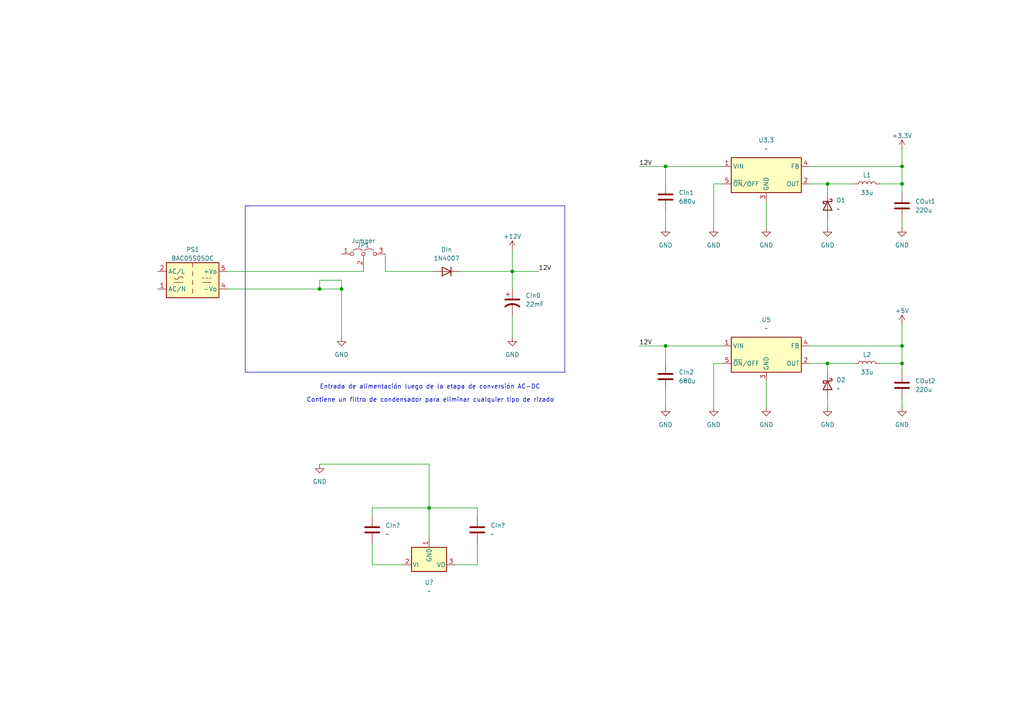
<source format=kicad_sch>
(kicad_sch (version 20230121) (generator eeschema)
  (paper "A4")
  (lib_symbols
    (symbol "Converter_ACDC:BAC05S05DC"
      (property "Reference" "PS" (at 0 6.35 0))
      (property "Value" "BAC05S05DC" (at 0 -6.35 0))
      (symbol "BAC05S05DC_0_1"
        (rectangle (start -7.62 5.08) (end 7.62 -5.08) (stroke (width 0.254)) (fill (type background)))
        (arc (start -5.334 0.635) (mid -4.699 0.2495) (end -4.064 0.635))
        (arc (start -2.794 0.635) (mid -3.429 1.0072) (end -4.064 0.635))
        (polyline (pts (xy -5.334 -0.635) (xy -2.794 -0.635)))
        (polyline (pts (xy 0 -2.54) (xy 0 -3.81)))
        (polyline (pts (xy 0 0) (xy 0 -1.27)))
        (polyline (pts (xy 0 2.54) (xy 0 1.27)))
        (polyline (pts (xy 0 5.08) (xy 0 3.81)))
        (polyline (pts (xy 2.794 -0.635) (xy 5.334 -0.635)))
        (polyline (pts (xy 2.794 0.635) (xy 3.302 0.635)))
        (polyline (pts (xy 3.81 0.635) (xy 4.318 0.635)))
        (polyline (pts (xy 4.826 0.635) (xy 5.334 0.635)))
      )
      (symbol "BAC05S05DC_1_1"
        (pin power_in line (at -10.16 -2.54 0) (length 2.54) (name "AC/N") (number "1"))
        (pin power_in line (at -10.16 2.54 0) (length 2.54) (name "AC/L") (number "2"))
        (pin no_connect line (at 7.62 0 180) (length 2.54) hide (name "NC") (number "3"))
        (pin power_out line (at 10.16 -2.54 180) (length 2.54) (name "-Vo") (number "4"))
        (pin power_out line (at 10.16 2.54 180) (length 2.54) (name "+Vo") (number "5"))
      )
    )
    (symbol "Device:C" (pin_numbers hide) (pin_names (offset 0.254))
      (property "Reference" "C" (at 0.635 2.54 0))
      (property "Value" "C" (at 0.635 -2.54 0))
      (symbol "C_0_1"
        (polyline (pts (xy -2.032 -0.762) (xy 2.032 -0.762)) (stroke (width 0.508)))
        (polyline (pts (xy -2.032 0.762) (xy 2.032 0.762)) (stroke (width 0.508)))
      )
      (symbol "C_1_1"
        (pin passive line (at 0 3.81 270) (length 2.794) (name "~") (number "1"))
        (pin passive line (at 0 -3.81 90) (length 2.794) (name "~") (number "2"))
      )
    )
    (symbol "Device:C_Polarized_US" (pin_numbers hide) (pin_names (offset 0.254) hide)
      (property "Reference" "C" (at 0.635 2.54 0))
      (property "Value" "C_Polarized_US" (at 0.635 -2.54 0))
      (symbol "C_Polarized_US_0_1"
        (polyline (pts (xy -2.032 0.762) (xy 2.032 0.762)) (stroke (width 0.508)))
        (polyline (pts (xy -1.778 2.286) (xy -0.762 2.286)))
        (polyline (pts (xy -1.27 1.778) (xy -1.27 2.794)))
        (arc (start 2.032 -1.27) (mid 0 -0.5572) (end -2.032 -1.27) (stroke (width 0.508)))
      )
      (symbol "C_Polarized_US_1_1"
        (pin passive line (at 0 3.81 270) (length 2.794) (name "~") (number "1"))
        (pin passive line (at 0 -3.81 90) (length 3.302) (name "~") (number "2"))
      )
    )
    (symbol "Device:L" (pin_numbers hide) (pin_names (offset 1.016) hide)
      (property "Reference" "L" (at -1.27 0 90))
      (property "Value" "L" (at 1.905 0 90))
      (symbol "L_0_1"
        (arc (start 0 -2.54) (mid 0.6323 -1.905) (end 0 -1.27))
        (arc (start 0 -1.27) (mid 0.6323 -0.635) (end 0 0))
        (arc (start 0 0) (mid 0.6323 0.635) (end 0 1.27))
        (arc (start 0 1.27) (mid 0.6323 1.905) (end 0 2.54))
      )
      (symbol "L_1_1"
        (pin passive line (at 0 3.81 270) (length 1.27) (name "1") (number "1"))
        (pin passive line (at 0 -3.81 90) (length 1.27) (name "2") (number "2"))
      )
    )
    (symbol "Diode:1N4007" (pin_numbers hide) (pin_names (offset 1.016) hide)
      (property "Reference" "D" (at 0 2.54 0))
      (property "Value" "1N4007" (at 0 -2.54 0))
      (symbol "1N4007_0_1"
        (polyline (pts (xy -1.27 1.27) (xy -1.27 -1.27)) (stroke (width 0.254)))
        (polyline (pts (xy 1.27 0) (xy -1.27 0)))
        (polyline (pts (xy 1.27 1.27) (xy 1.27 -1.27) (xy -1.27 0) (xy 1.27 1.27)) (stroke (width 0.254)))
      )
      (symbol "1N4007_1_1"
        (pin passive line (at -3.81 0 0) (length 2.54) (name "K") (number "1"))
        (pin passive line (at 3.81 0 180) (length 2.54) (name "A") (number "2"))
      )
    )
    (symbol "Diode:1N5822" (pin_numbers hide) (pin_names (offset 1.016) hide)
      (property "Reference" "D" (at 0 2.54 0))
      (property "Value" "1N5822" (at 0 -2.54 0))
      (symbol "1N5822_0_1"
        (polyline (pts (xy 1.27 0) (xy -1.27 0)))
        (polyline (pts (xy 1.27 1.27) (xy 1.27 -1.27) (xy -1.27 0) (xy 1.27 1.27)) (stroke (width 0.254)))
        (polyline (pts (xy -1.905 0.635) (xy -1.905 1.27) (xy -1.27 1.27) (xy -1.27 -1.27) (xy -0.635 -1.27) (xy -0.635 -0.635)) (stroke (width 0.254)))
      )
      (symbol "1N5822_1_1"
        (pin passive line (at -3.81 0 0) (length 2.54) (name "K") (number "1"))
        (pin passive line (at 3.81 0 180) (length 2.54) (name "A") (number "2"))
      )
    )
    (symbol "Jumper:Jumper_3_Open" (pin_names (offset 0) hide)
      (property "Reference" "JP" (at -2.54 -2.54 0))
      (property "Value" "Jumper_3_Open" (at 0 2.794 0))
      (symbol "Jumper_3_Open_0_0"
        (circle (center -3.302 0) (radius 0.508))
        (circle (center 0 0) (radius 0.508))
        (circle (center 3.302 0) (radius 0.508))
      )
      (symbol "Jumper_3_Open_0_1"
        (arc (start -0.254 1.016) (mid -1.651 1.4992) (end -3.048 1.016))
        (polyline (pts (xy 0 -0.508) (xy 0 -1.27)))
        (arc (start 3.048 1.016) (mid 1.651 1.4992) (end 0.254 1.016))
      )
      (symbol "Jumper_3_Open_1_1"
        (pin passive line (at -6.35 0 0) (length 2.54) (name "A") (number "1"))
        (pin passive line (at 0 -3.81 90) (length 2.54) (name "C") (number "2"))
        (pin passive line (at 6.35 0 180) (length 2.54) (name "B") (number "3"))
      )
    )
    (symbol "Regulator_Linear:LM7912_TO220" (pin_names (offset 0.254))
      (property "Reference" "U" (at -3.81 -3.175 0))
      (property "Value" "LM7912_TO220" (at 0 -3.175 0))
      (symbol "LM7912_TO220_0_1"
        (rectangle (start -5.08 5.08) (end 5.08 -1.905) (stroke (width 0.254)) (fill (type background)))
      )
      (symbol "LM7912_TO220_1_1"
        (pin power_in line (at 0 7.62 270) (length 2.54) (name "GND") (number "1"))
        (pin power_in line (at -7.62 0 0) (length 2.54) (name "VI") (number "2"))
        (pin power_out line (at 7.62 0 180) (length 2.54) (name "VO") (number "3"))
      )
    )
    (symbol "Regulator_Switching:LM2596S-3.3"
      (property "Reference" "U" (at -10.16 6.35 0))
      (property "Value" "LM2596S-3.3" (at 0 6.35 0))
      (symbol "LM2596S-3.3_0_1"
        (rectangle (start -10.16 5.08) (end 10.16 -5.08) (stroke (width 0.254)) (fill (type background)))
      )
      (symbol "LM2596S-3.3_1_1"
        (pin power_in line (at -12.7 2.54 0) (length 2.54) (name "VIN") (number "1"))
        (pin output line (at 12.7 -2.54 180) (length 2.54) (name "OUT") (number "2"))
        (pin power_in line (at 0 -7.62 90) (length 2.54) (name "GND") (number "3"))
        (pin input line (at 12.7 2.54 180) (length 2.54) (name "FB") (number "4"))
        (pin input line (at -12.7 -2.54 0) (length 2.54) (name "~{ON}/OFF") (number "5"))
      )
    )
    (symbol "Regulator_Switching:LM2596S-5"
      (property "Reference" "U" (at -10.16 6.35 0))
      (property "Value" "LM2596S-5" (at 0 6.35 0))
      (symbol "LM2596S-5_0_1"
        (rectangle (start -10.16 5.08) (end 10.16 -5.08) (stroke (width 0.254)) (fill (type background)))
      )
      (symbol "LM2596S-5_1_1"
        (pin power_in line (at -12.7 2.54 0) (length 2.54) (name "VIN") (number "1"))
        (pin output line (at 12.7 -2.54 180) (length 2.54) (name "OUT") (number "2"))
        (pin power_in line (at 0 -7.62 90) (length 2.54) (name "GND") (number "3"))
        (pin input line (at 12.7 2.54 180) (length 2.54) (name "FB") (number "4"))
        (pin input line (at -12.7 -2.54 0) (length 2.54) (name "~{ON}/OFF") (number "5"))
      )
    )
    (symbol "power:+12V" (power) (pin_names (offset 0))
      (property "Value" "+12V" (at 0 3.556 0))
      (symbol "+12V_0_1"
        (polyline (pts (xy -0.762 1.27) (xy 0 2.54)))
        (polyline (pts (xy 0 0) (xy 0 2.54)))
        (polyline (pts (xy 0 2.54) (xy 0.762 1.27)))
      )
      (symbol "+12V_1_1"
        (pin power_in line (at 0 0 90) (length 0) hide (name "+12V") (number "1"))
      )
    )
    (symbol "power:+3.3V" (power) (pin_names (offset 0))
      (property "Value" "+3.3V" (at 0 3.556 0))
      (symbol "+3.3V_0_1"
        (polyline (pts (xy -0.762 1.27) (xy 0 2.54)))
        (polyline (pts (xy 0 0) (xy 0 2.54)))
        (polyline (pts (xy 0 2.54) (xy 0.762 1.27)))
      )
      (symbol "+3.3V_1_1"
        (pin power_in line (at 0 0 90) (length 0) hide (name "+3.3V") (number "1"))
      )
    )
    (symbol "power:+5V" (power) (pin_names (offset 0))
      (property "Value" "+5V" (at 0 3.556 0))
      (symbol "+5V_0_1"
        (polyline (pts (xy -0.762 1.27) (xy 0 2.54)))
        (polyline (pts (xy 0 0) (xy 0 2.54)))
        (polyline (pts (xy 0 2.54) (xy 0.762 1.27)))
      )
      (symbol "+5V_1_1"
        (pin power_in line (at 0 0 90) (length 0) hide (name "+5V") (number "1"))
      )
    )
    (symbol "power:GND" (power) (pin_names (offset 0))
      (property "Value" "GND" (at 0 -3.81 0))
      (symbol "GND_0_1"
        (polyline (pts (xy 0 0) (xy 0 -1.27) (xy 1.27 -1.27) (xy 0 -2.54) (xy -1.27 -1.27) (xy 0 -1.27)))
      )
      (symbol "GND_1_1"
        (pin power_in line (at 0 0 270) (length 0) hide (name "GND") (number "1"))
      )
    )
  )
  (junction (at 193.04 100.33))
  (junction (at 148.59 78.74))
  (junction (at 261.62 100.33))
  (junction (at 92.71 83.82))
  (junction (at 261.62 105.41))
  (junction (at 261.62 48.26))
  (junction (at 193.04 48.26))
  (junction (at 240.03 105.41))
  (junction (at 240.03 53.34))
  (junction (at 124.46 147.32))
  (junction (at 261.62 53.34))
  (junction (at 99.06 83.82))
  (wire (pts (xy 92.71 83.82) (xy 92.71 81.28)))
  (wire (pts (xy 222.25 58.42) (xy 222.25 66.04)))
  (wire (pts (xy 207.01 105.41) (xy 209.55 105.41)))
  (wire (pts (xy 261.62 53.34) (xy 261.62 55.88)))
  (wire (pts (xy 193.04 48.26) (xy 193.04 53.34)))
  (wire (pts (xy 185.42 100.33) (xy 193.04 100.33)))
  (wire (pts (xy 240.03 53.34) (xy 240.03 55.88)))
  (wire (pts (xy 66.04 78.74) (xy 105.41 78.74)))
  (wire (pts (xy 99.06 81.28) (xy 99.06 83.82)))
  (wire (pts (xy 92.71 134.62) (xy 124.46 134.62)))
  (wire (pts (xy 148.59 78.74) (xy 156.21 78.74)))
  (wire (pts (xy 240.03 115.57) (xy 240.03 118.11)))
  (wire (pts (xy 234.95 48.26) (xy 261.62 48.26)))
  (wire (pts (xy 105.41 77.47) (xy 105.41 78.74)))
  (wire (pts (xy 234.95 100.33) (xy 261.62 100.33)))
  (wire (pts (xy 111.76 73.66) (xy 111.76 78.74)))
  (wire (pts (xy 261.62 105.41) (xy 261.62 107.95)))
  (polyline (pts (xy 163.83 59.69) (xy 163.83 107.95)))
  (wire (pts (xy 66.04 83.82) (xy 92.71 83.82)))
  (wire (pts (xy 222.25 110.49) (xy 222.25 118.11)))
  (wire (pts (xy 124.46 147.32) (xy 138.43 147.32)))
  (wire (pts (xy 240.03 105.41) (xy 240.03 107.95)))
  (wire (pts (xy 193.04 60.96) (xy 193.04 66.04)))
  (wire (pts (xy 132.08 163.83) (xy 138.43 163.83)))
  (wire (pts (xy 240.03 53.34) (xy 247.65 53.34)))
  (wire (pts (xy 99.06 83.82) (xy 99.06 97.79)))
  (wire (pts (xy 107.95 163.83) (xy 116.84 163.83)))
  (wire (pts (xy 124.46 147.32) (xy 124.46 156.21)))
  (wire (pts (xy 261.62 43.18) (xy 261.62 48.26)))
  (wire (pts (xy 234.95 105.41) (xy 240.03 105.41)))
  (wire (pts (xy 138.43 147.32) (xy 138.43 149.86)))
  (wire (pts (xy 185.42 48.26) (xy 193.04 48.26)))
  (wire (pts (xy 148.59 78.74) (xy 148.59 83.82)))
  (wire (pts (xy 240.03 105.41) (xy 247.65 105.41)))
  (wire (pts (xy 133.35 78.74) (xy 148.59 78.74)))
  (wire (pts (xy 207.01 53.34) (xy 209.55 53.34)))
  (wire (pts (xy 209.55 100.33) (xy 193.04 100.33)))
  (wire (pts (xy 92.71 83.82) (xy 99.06 83.82)))
  (wire (pts (xy 261.62 100.33) (xy 261.62 105.41)))
  (wire (pts (xy 107.95 147.32) (xy 124.46 147.32)))
  (wire (pts (xy 207.01 105.41) (xy 207.01 118.11)))
  (wire (pts (xy 255.27 53.34) (xy 261.62 53.34)))
  (wire (pts (xy 209.55 48.26) (xy 193.04 48.26)))
  (wire (pts (xy 148.59 91.44) (xy 148.59 97.79)))
  (wire (pts (xy 255.27 105.41) (xy 261.62 105.41)))
  (wire (pts (xy 207.01 53.34) (xy 207.01 66.04)))
  (wire (pts (xy 148.59 72.39) (xy 148.59 78.74)))
  (wire (pts (xy 124.46 134.62) (xy 124.46 147.32)))
  (wire (pts (xy 234.95 53.34) (xy 240.03 53.34)))
  (polyline (pts (xy 71.12 59.69) (xy 72.39 59.69)))
  (wire (pts (xy 261.62 115.57) (xy 261.62 118.11)))
  (wire (pts (xy 261.62 93.98) (xy 261.62 100.33)))
  (polyline (pts (xy 163.83 107.95) (xy 71.12 107.95)))
  (wire (pts (xy 111.76 78.74) (xy 125.73 78.74)))
  (wire (pts (xy 193.04 113.03) (xy 193.04 118.11)))
  (wire (pts (xy 193.04 100.33) (xy 193.04 105.41)))
  (wire (pts (xy 261.62 48.26) (xy 261.62 53.34)))
  (wire (pts (xy 107.95 157.48) (xy 107.95 163.83)))
  (wire (pts (xy 261.62 63.5) (xy 261.62 66.04)))
  (wire (pts (xy 107.95 149.86) (xy 107.95 147.32)))
  (polyline (pts (xy 71.12 59.69) (xy 163.83 59.69)))
  (wire (pts (xy 138.43 163.83) (xy 138.43 157.48)))
  (polyline (pts (xy 71.12 107.95) (xy 71.12 59.69)))
  (wire (pts (xy 240.03 63.5) (xy 240.03 66.04)))
  (wire (pts (xy 92.71 81.28) (xy 99.06 81.28)))
  (text "Entrada de alimentación luego de la etapa de conversión AC-DC" (at 92.71 113.03 0) (effects (font (size 1.27 1.27)) (justify left bottom)))
  (text "Contiene un filtro de condensador para eliminar cualquier tipo de rizado\n" (at 88.9 116.84 0) (effects (font (size 1.27 1.27)) (justify left bottom)))
  (label "12V" (at 185.42 100.33 0))
  (label "12V" (at 185.42 48.26 0))
  (label "12V" (at 156.21 78.74 0))
  (symbol (lib_id "power:GND") (at 240.03 118.11 0) (unit 1)
    (property "Reference" "#PWR?" (effects hide))
    (property "Value" "~" (at 240.03 123.19 0))
  )
  (symbol (lib_id "Device:L") (at 251.46 105.41 90) (unit 1)
    (property "Reference" "L2" (at 251.46 102.87 90))
    (property "Value" "33u" (at 251.46 107.95 90))
  )
  (symbol (lib_id "power:+3.3V") (at 261.62 43.18 0) (unit 1)
    (property "Reference" "#PWR033" (effects hide))
    (property "Value" "+3.3V" (at 261.62 39.37 0))
  )
  (symbol (lib_id "power:GND") (at 99.06 97.79 0) (unit 1)
    (property "Reference" "#PWR?" (effects hide))
    (property "Value" "~" (at 99.06 102.87 0))
  )
  (symbol (lib_id "Device:L") (at 251.46 53.34 90) (unit 1)
    (property "Reference" "L1" (at 251.46 50.8 90))
    (property "Value" "33u" (at 251.46 55.88 90))
    (property "Footprint" "Inductor_SMD:L_12x12mm_H4.5mm" (effects hide))
  )
  (symbol (lib_id "Diode:1N5822") (at 240.03 59.69 270) (unit 1)
    (property "Reference" "D1" (at 242.57 58.1024 90) (effects (justify left)))
    (property "Value" "~" (at 242.57 60.6424 90) (effects (justify left)))
    (property "Datasheet" "http://www.vishay.com/docs/88526/1n5820.pdf" (effects hide))
  )
  (symbol (lib_id "Converter_ACDC:BAC05S05DC") (at 55.88 81.28 0) (unit 1)
    (property "Reference" "PS1" (at 55.88 72.39 0))
    (property "Value" "BAC05S05DC" (at 55.88 74.93 0))
    (property "Footprint" "ConvertidorAc-DC-Footprint-Loca:AC-DC_ConverterEditado" (effects hide))
  )
  (symbol (lib_id "Device:C") (at 138.43 153.67 0) (unit 1)
    (property "Reference" "CIn?" (at 142.24 152.3999 0) (effects (justify left)))
    (property "Value" "~" (at 142.24 154.9399 0) (effects (justify left)))
  )
  (symbol (lib_id "power:GND") (at 193.04 66.04 0) (unit 1)
    (property "Reference" "#PWR?" (effects hide))
    (property "Value" "~" (at 193.04 71.12 0))
  )
  (symbol (lib_id "power:GND") (at 207.01 66.04 0) (unit 1)
    (property "Reference" "#PWR?" (effects hide))
    (property "Value" "~" (at 207.01 71.12 0))
  )
  (symbol (lib_id "power:GND") (at 222.25 118.11 0) (unit 1)
    (property "Reference" "#PWR?" (effects hide))
    (property "Value" "~" (at 222.25 123.19 0))
  )
  (symbol (lib_id "Regulator_Linear:LM7912_TO220") (at 124.46 163.83 0) (unit 1)
    (property "Reference" "U?" (at 124.46 168.91 0))
    (property "Value" "~" (at 124.46 171.45 0))
    (property "Datasheet" "hhttps://www.onsemi.com/pub/Collateral/MC7900-D.PDF" (effects hide))
  )
  (symbol (lib_id "power:+5V") (at 261.62 93.98 0) (unit 1)
    (property "Reference" "#PWR032" (effects hide))
    (property "Value" "+5V" (at 261.62 90.17 0))
  )
  (symbol (lib_id "power:GND") (at 193.04 118.11 0) (unit 1)
    (property "Reference" "#PWR?" (effects hide))
    (property "Value" "~" (at 193.04 123.19 0))
  )
  (symbol (lib_id "Device:C") (at 193.04 109.22 0) (unit 1)
    (property "Reference" "CIn2" (at 196.85 107.9499 0) (effects (justify left)))
    (property "Value" "680u" (at 196.85 110.4899 0) (effects (justify left)))
  )
  (symbol (lib_id "Regulator_Switching:LM2596S-3.3") (at 222.25 50.8 0) (unit 1)
    (property "Reference" "U3.3" (at 222.25 40.64 0))
    (property "Value" "~" (at 222.25 43.18 0))
    (property "Datasheet" "http://www.ti.com/lit/ds/symlink/lm2596.pdf" (effects hide))
  )
  (symbol (lib_id "Device:C_Polarized_US") (at 148.59 87.63 0) (unit 1)
    (property "Reference" "CIn0" (at 152.4 85.7249 0) (effects (justify left)))
    (property "Value" "22mF" (at 152.4 88.2649 0) (effects (justify left)))
    (property "Footprint" "Capacitor_SMD:C_0805_2012Metric_Pad1.18x1.45mm_HandSolder" (effects hide))
  )
  (symbol (lib_id "power:GND") (at 240.03 66.04 0) (unit 1)
    (property "Reference" "#PWR?" (effects hide))
    (property "Value" "~" (at 240.03 71.12 0))
  )
  (symbol (lib_id "power:GND") (at 261.62 66.04 0) (unit 1)
    (property "Reference" "#PWR?" (effects hide))
    (property "Value" "~" (at 261.62 71.12 0))
  )
  (symbol (lib_id "power:GND") (at 207.01 118.11 0) (unit 1)
    (property "Reference" "#PWR?" (effects hide))
    (property "Value" "~" (at 207.01 123.19 0))
  )
  (symbol (lib_id "Device:C") (at 261.62 111.76 0) (unit 1)
    (property "Reference" "COut2" (at 265.43 110.4899 0) (effects (justify left)))
    (property "Value" "220u" (at 265.43 113.0299 0) (effects (justify left)))
  )
  (symbol (lib_id "Device:C") (at 193.04 57.15 0) (unit 1)
    (property "Reference" "Cin1" (at 196.85 55.8799 0) (effects (justify left)))
    (property "Value" "680u" (at 196.85 58.4199 0) (effects (justify left)))
  )
  (symbol (lib_id "power:GND") (at 261.62 118.11 0) (unit 1)
    (property "Reference" "#PWR?" (effects hide))
    (property "Value" "~" (at 261.62 123.19 0))
  )
  (symbol (lib_id "Device:C") (at 261.62 59.69 0) (unit 1)
    (property "Reference" "COut1" (at 265.43 58.4199 0) (effects (justify left)))
    (property "Value" "220u" (at 265.43 60.9599 0) (effects (justify left)))
  )
  (symbol (lib_id "Regulator_Switching:LM2596S-5") (at 222.25 102.87 0) (unit 1)
    (property "Reference" "U5" (at 222.25 92.71 0))
    (property "Value" "~" (at 222.25 95.25 0))
    (property "Datasheet" "http://www.ti.com/lit/ds/symlink/lm2596.pdf" (effects hide))
  )
  (symbol (lib_id "Diode:1N5822") (at 240.03 111.76 270) (unit 1)
    (property "Reference" "D2" (at 242.57 110.1724 90) (effects (justify left)))
    (property "Value" "~" (at 242.57 112.7124 90) (effects (justify left)))
    (property "Datasheet" "http://www.vishay.com/docs/88526/1n5820.pdf" (effects hide))
  )
  (symbol (lib_id "power:GND") (at 222.25 66.04 0) (unit 1)
    (property "Reference" "#PWR?" (effects hide))
    (property "Value" "~" (at 222.25 71.12 0))
  )
  (symbol (lib_id "power:+12V") (at 148.59 72.39 0) (unit 1)
    (property "Reference" "#PWR0101" (effects hide))
    (property "Value" "+12V" (at 148.59 68.58 0))
    (instances (project "CircuitoPotencia" (path "" (reference "#PWR0101") (unit 1)) (path "" (reference "#PWR031") (unit 1))))
  )
  (symbol (lib_id "Diode:1N4007") (at 129.54 78.74 180) (unit 1)
    (property "Reference" "DIn" (at 129.54 72.39 0))
    (property "Value" "1N4007" (at 129.54 74.93 0))
    (property "Footprint" "Diode_SMD:D_SMA_Handsoldering" (effects hide))
    (property "Datasheet" "http://www.vishay.com/docs/88503/1n4001.pdf" (effects hide))
  )
  (symbol (lib_id "Device:C") (at 107.95 153.67 0) (unit 1)
    (property "Reference" "CIn?" (at 111.76 152.3999 0) (effects (justify left)))
    (property "Value" "~" (at 111.76 154.9399 0) (effects (justify left)))
  )
  (symbol (lib_id "Jumper:Jumper_3_Open") (at 105.41 73.66 0) (unit 1)
    (property "Reference" "JP1" (at 105.41 71.12 0))
    (property "Value" "Jumper" (at 105.41 69.85 0))
    (property "Footprint" "Connector_PinHeader_2.54mm:PinHeader_1x03_P2.54mm_Vertical" (effects hide))
  )
  (symbol (lib_id "power:GND") (at 148.59 97.79 0) (unit 1)
    (property "Reference" "#PWR?" (effects hide))
    (property "Value" "~" (at 148.59 102.87 0))
  )
  (symbol (lib_id "power:GND") (at 92.71 134.62 0) (unit 1)
    (property "Reference" "#PWR?" (effects hide))
    (property "Value" "~" (at 92.71 139.7 0))
  )
)
</source>
